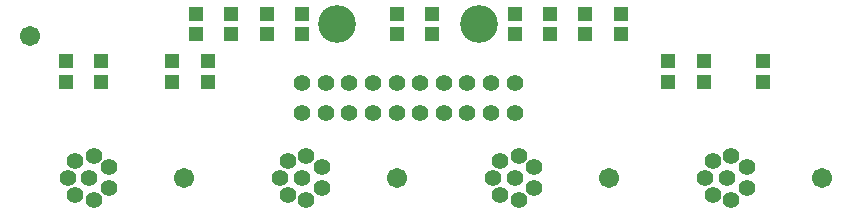
<source format=gts>
G75*
G70*
%OFA0B0*%
%FSLAX24Y24*%
%IPPOS*%
%LPD*%
%AMOC8*
5,1,8,0,0,1.08239X$1,22.5*
%
%ADD10C,0.1261*%
%ADD11C,0.0552*%
%ADD12R,0.0474X0.0513*%
%ADD13C,0.0671*%
D10*
X032421Y007975D03*
X037146Y007975D03*
D11*
X037540Y006006D03*
X036752Y006006D03*
X035965Y006006D03*
X035177Y006006D03*
X034390Y006006D03*
X033603Y006006D03*
X032815Y006006D03*
X032028Y006006D03*
X031240Y006006D03*
X031240Y005022D03*
X032028Y005022D03*
X032815Y005022D03*
X033603Y005022D03*
X034390Y005022D03*
X035177Y005022D03*
X035965Y005022D03*
X036752Y005022D03*
X037540Y005022D03*
X038327Y005022D03*
X038327Y006006D03*
X038465Y003585D03*
X037854Y003428D03*
X037599Y002857D03*
X038327Y002857D03*
X038977Y003211D03*
X038977Y002502D03*
X038465Y002128D03*
X037854Y002286D03*
X031890Y002502D03*
X031378Y002128D03*
X030768Y002286D03*
X030512Y002857D03*
X030768Y003428D03*
X031378Y003585D03*
X031890Y003211D03*
X031240Y002857D03*
X024803Y002502D03*
X024291Y002128D03*
X023681Y002286D03*
X023425Y002857D03*
X024154Y002857D03*
X024803Y003211D03*
X024291Y003585D03*
X023681Y003428D03*
X044685Y002857D03*
X045414Y002857D03*
X046063Y003211D03*
X045551Y003585D03*
X044941Y003428D03*
X046063Y002502D03*
X045551Y002128D03*
X044941Y002286D03*
D12*
X044626Y006065D03*
X044626Y006735D03*
X043445Y006735D03*
X043445Y006065D03*
X041870Y007640D03*
X040689Y007640D03*
X040689Y008309D03*
X041870Y008309D03*
X039508Y008309D03*
X038327Y008309D03*
X038327Y007640D03*
X039508Y007640D03*
X035571Y007640D03*
X034390Y007640D03*
X034390Y008309D03*
X035571Y008309D03*
X031240Y008309D03*
X031240Y007640D03*
X030059Y007640D03*
X028878Y007640D03*
X027697Y007640D03*
X027697Y008309D03*
X028878Y008309D03*
X030059Y008309D03*
X028091Y006735D03*
X026910Y006735D03*
X026910Y006065D03*
X028091Y006065D03*
X024547Y006065D03*
X023366Y006065D03*
X023366Y006735D03*
X024547Y006735D03*
X046595Y006735D03*
X046595Y006065D03*
D13*
X022185Y007581D03*
X027303Y002857D03*
X034390Y002857D03*
X041477Y002857D03*
X048563Y002857D03*
M02*

</source>
